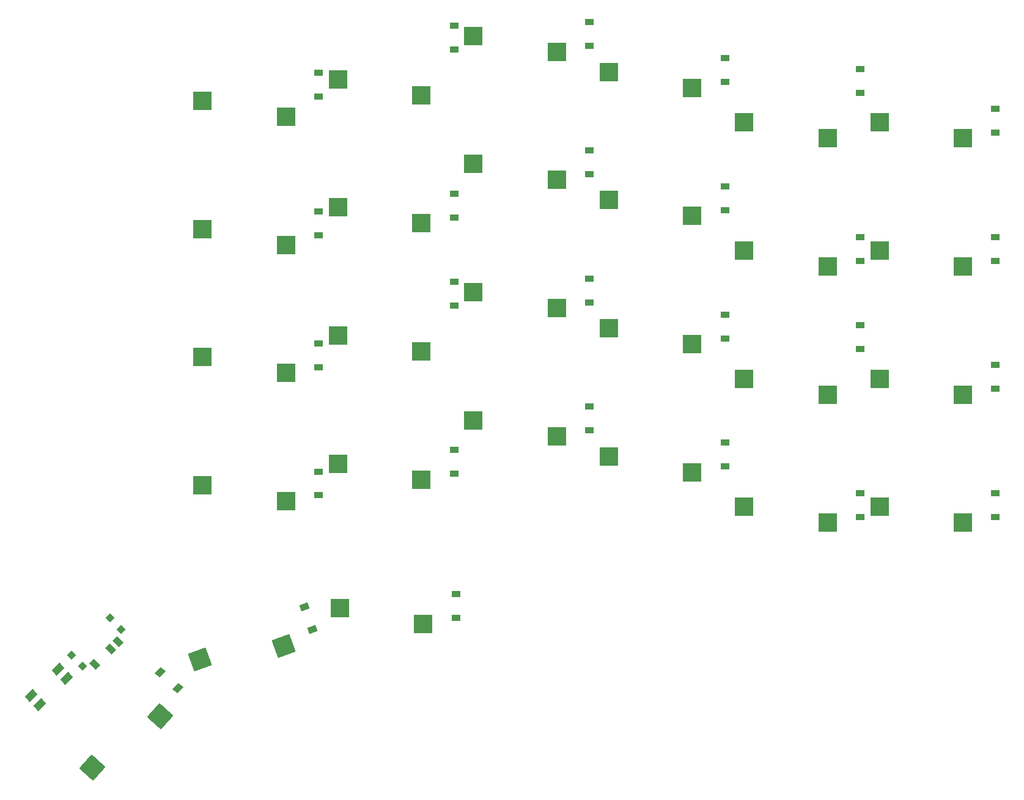
<source format=gbr>
%TF.GenerationSoftware,KiCad,Pcbnew,8.0.7*%
%TF.CreationDate,2024-12-27T12:50:11-06:00*%
%TF.ProjectId,right,72696768-742e-46b6-9963-61645f706362,v1.0.0*%
%TF.SameCoordinates,Original*%
%TF.FileFunction,Paste,Bot*%
%TF.FilePolarity,Positive*%
%FSLAX46Y46*%
G04 Gerber Fmt 4.6, Leading zero omitted, Abs format (unit mm)*
G04 Created by KiCad (PCBNEW 8.0.7) date 2024-12-27 12:50:11*
%MOMM*%
%LPD*%
G01*
G04 APERTURE LIST*
G04 Aperture macros list*
%AMRotRect*
0 Rectangle, with rotation*
0 The origin of the aperture is its center*
0 $1 length*
0 $2 width*
0 $3 Rotation angle, in degrees counterclockwise*
0 Add horizontal line*
21,1,$1,$2,0,0,$3*%
G04 Aperture macros list end*
%ADD10RotRect,0.900000X0.900000X44.000000*%
%ADD11RotRect,0.900000X1.250000X44.000000*%
%ADD12R,2.600000X2.600000*%
%ADD13R,1.200000X0.900000*%
%ADD14RotRect,2.600000X2.600000X228.000000*%
%ADD15RotRect,2.600000X2.600000X200.000000*%
%ADD16RotRect,1.550000X1.000000X44.000000*%
%ADD17RotRect,0.900000X1.200000X290.000000*%
%ADD18RotRect,0.900000X1.200000X318.000000*%
G04 APERTURE END LIST*
D10*
%TO.C,T1*%
X267317797Y-174264882D03*
X268846045Y-175847430D03*
X272640911Y-169124410D03*
X274169159Y-170706958D03*
D11*
X270566380Y-175541531D03*
X272724399Y-173457556D03*
X273803409Y-172415569D03*
%TD*%
D12*
%TO.C,S18*%
X315775000Y-132200000D03*
X304225000Y-130000000D03*
%TD*%
D13*
%TO.C,D6*%
X376550000Y-116350000D03*
X376550000Y-119650000D03*
%TD*%
%TO.C,D21*%
X376550000Y-128600000D03*
X376550000Y-131900000D03*
%TD*%
D12*
%TO.C,S5*%
X372025000Y-155950000D03*
X360475000Y-153750000D03*
%TD*%
%TO.C,S23*%
X297025000Y-117450000D03*
X285475000Y-115250000D03*
%TD*%
D13*
%TO.C,D1*%
X395300000Y-151850000D03*
X395300000Y-155150000D03*
%TD*%
%TO.C,D17*%
X301550000Y-131100000D03*
X301550000Y-134400000D03*
%TD*%
%TO.C,D14*%
X320300000Y-145850000D03*
X320300000Y-149150000D03*
%TD*%
D12*
%TO.C,S15*%
X334525000Y-108450000D03*
X322975000Y-106250000D03*
%TD*%
%TO.C,S4*%
X390775000Y-102700000D03*
X379225000Y-100500000D03*
%TD*%
D14*
%TO.C,S27*%
X279584525Y-182767651D03*
X270221148Y-189878886D03*
%TD*%
D12*
%TO.C,S17*%
X315775000Y-149950000D03*
X304225000Y-147750000D03*
%TD*%
%TO.C,S2*%
X390775000Y-138200000D03*
X379225000Y-136000000D03*
%TD*%
D13*
%TO.C,D13*%
X339050000Y-86600000D03*
X339050000Y-89900000D03*
%TD*%
%TO.C,D4*%
X395300000Y-98600000D03*
X395300000Y-101900000D03*
%TD*%
%TO.C,D7*%
X357800000Y-144850000D03*
X357800000Y-148150000D03*
%TD*%
D12*
%TO.C,S21*%
X297025000Y-152950000D03*
X285475000Y-150750000D03*
%TD*%
D13*
%TO.C,D15*%
X320300000Y-110350000D03*
X320300000Y-113650000D03*
%TD*%
D12*
%TO.C,S9*%
X353275000Y-148950000D03*
X341725000Y-146750000D03*
%TD*%
%TO.C,S10*%
X353275000Y-131200000D03*
X341725000Y-129000000D03*
%TD*%
D15*
%TO.C,S26*%
X296742943Y-173032558D03*
X285137049Y-174915567D03*
%TD*%
D13*
%TO.C,D5*%
X376550000Y-151850000D03*
X376550000Y-155150000D03*
%TD*%
%TO.C,D10*%
X357800000Y-91600000D03*
X357800000Y-94900000D03*
%TD*%
%TO.C,D24*%
X320300000Y-87100000D03*
X320300000Y-90400000D03*
%TD*%
D12*
%TO.C,S24*%
X297025000Y-99700000D03*
X285475000Y-97500000D03*
%TD*%
%TO.C,S8*%
X372025000Y-102700000D03*
X360475000Y-100500000D03*
%TD*%
D13*
%TO.C,D9*%
X357800000Y-109350000D03*
X357800000Y-112650000D03*
%TD*%
D12*
%TO.C,S25*%
X316025000Y-169950000D03*
X304475000Y-167750000D03*
%TD*%
%TO.C,S13*%
X334525000Y-143950000D03*
X322975000Y-141750000D03*
%TD*%
D16*
%TO.C,B1*%
X261722374Y-179917871D03*
X265498908Y-176270915D03*
X262903294Y-181140749D03*
X266679828Y-177493793D03*
%TD*%
D12*
%TO.C,S14*%
X334525000Y-126200000D03*
X322975000Y-124000000D03*
%TD*%
%TO.C,S11*%
X353275000Y-113450000D03*
X341725000Y-111250000D03*
%TD*%
%TO.C,S22*%
X297025000Y-135200000D03*
X285475000Y-133000000D03*
%TD*%
D13*
%TO.C,D22*%
X376550000Y-93100000D03*
X376550000Y-96400000D03*
%TD*%
%TO.C,D16*%
X301550000Y-148850000D03*
X301550000Y-152150000D03*
%TD*%
%TO.C,D8*%
X357800000Y-127100000D03*
X357800000Y-130400000D03*
%TD*%
D17*
%TO.C,D19*%
X299592770Y-167632177D03*
X300721436Y-170733163D03*
%TD*%
D13*
%TO.C,D2*%
X395300000Y-134100000D03*
X395300000Y-137400000D03*
%TD*%
D12*
%TO.C,S12*%
X353275000Y-95700000D03*
X341725000Y-93500000D03*
%TD*%
D18*
%TO.C,D20*%
X279565447Y-176661485D03*
X282017825Y-178869617D03*
%TD*%
D12*
%TO.C,S7*%
X372025000Y-120450000D03*
X360475000Y-118250000D03*
%TD*%
%TO.C,S16*%
X334525000Y-90700000D03*
X322975000Y-88500000D03*
%TD*%
D13*
%TO.C,D11*%
X339050000Y-139850000D03*
X339050000Y-143150000D03*
%TD*%
%TO.C,D23*%
X320300000Y-122600000D03*
X320300000Y-125900000D03*
%TD*%
D12*
%TO.C,S20*%
X315775000Y-96700000D03*
X304225000Y-94500000D03*
%TD*%
D13*
%TO.C,D27*%
X339050000Y-104350000D03*
X339050000Y-107650000D03*
%TD*%
%TO.C,D12*%
X339050000Y-122100000D03*
X339050000Y-125400000D03*
%TD*%
D12*
%TO.C,S1*%
X390775000Y-155950000D03*
X379225000Y-153750000D03*
%TD*%
%TO.C,S3*%
X390775000Y-120450000D03*
X379225000Y-118250000D03*
%TD*%
D13*
%TO.C,D26*%
X301550000Y-112850000D03*
X301550000Y-116150000D03*
%TD*%
D12*
%TO.C,S6*%
X372025000Y-138200000D03*
X360475000Y-136000000D03*
%TD*%
%TO.C,S19*%
X315775000Y-114450000D03*
X304225000Y-112250000D03*
%TD*%
D13*
%TO.C,D25*%
X301550000Y-93600000D03*
X301550000Y-96900000D03*
%TD*%
%TO.C,D3*%
X395300000Y-116350000D03*
X395300000Y-119650000D03*
%TD*%
%TO.C,D18*%
X320550000Y-165850000D03*
X320550000Y-169150000D03*
%TD*%
M02*

</source>
